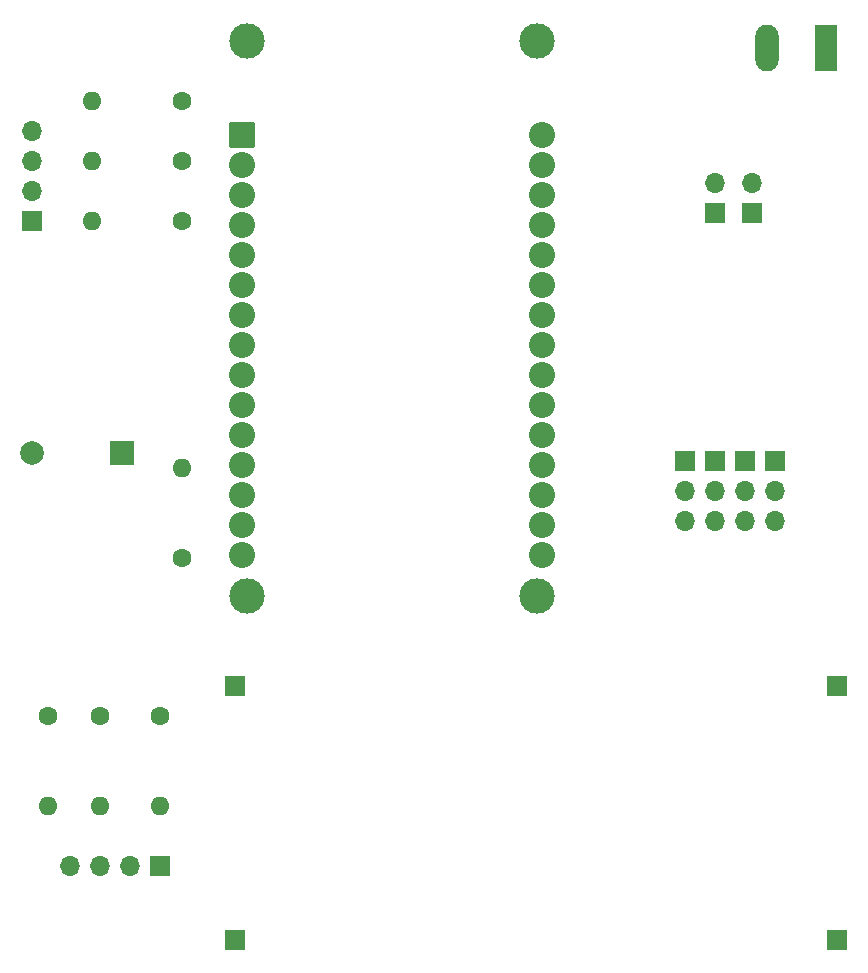
<source format=gbr>
%TF.GenerationSoftware,KiCad,Pcbnew,7.0.1*%
%TF.CreationDate,2023-12-09T17:11:34+05:30*%
%TF.ProjectId,hologlyph bot circuit,686f6c6f-676c-4797-9068-20626f742063,rev?*%
%TF.SameCoordinates,Original*%
%TF.FileFunction,Soldermask,Bot*%
%TF.FilePolarity,Negative*%
%FSLAX46Y46*%
G04 Gerber Fmt 4.6, Leading zero omitted, Abs format (unit mm)*
G04 Created by KiCad (PCBNEW 7.0.1) date 2023-12-09 17:11:34*
%MOMM*%
%LPD*%
G01*
G04 APERTURE LIST*
G04 Aperture macros list*
%AMRoundRect*
0 Rectangle with rounded corners*
0 $1 Rounding radius*
0 $2 $3 $4 $5 $6 $7 $8 $9 X,Y pos of 4 corners*
0 Add a 4 corners polygon primitive as box body*
4,1,4,$2,$3,$4,$5,$6,$7,$8,$9,$2,$3,0*
0 Add four circle primitives for the rounded corners*
1,1,$1+$1,$2,$3*
1,1,$1+$1,$4,$5*
1,1,$1+$1,$6,$7*
1,1,$1+$1,$8,$9*
0 Add four rect primitives between the rounded corners*
20,1,$1+$1,$2,$3,$4,$5,0*
20,1,$1+$1,$4,$5,$6,$7,0*
20,1,$1+$1,$6,$7,$8,$9,0*
20,1,$1+$1,$8,$9,$2,$3,0*%
G04 Aperture macros list end*
%ADD10R,1.700000X1.700000*%
%ADD11O,1.700000X1.700000*%
%ADD12C,1.600000*%
%ADD13O,1.600000X1.600000*%
%ADD14R,2.000000X2.000000*%
%ADD15C,2.000000*%
%ADD16C,3.000000*%
%ADD17RoundRect,0.102000X-1.000000X-1.000000X1.000000X-1.000000X1.000000X1.000000X-1.000000X1.000000X0*%
%ADD18C,2.204000*%
%ADD19R,1.980000X3.960000*%
%ADD20O,1.980000X3.960000*%
G04 APERTURE END LIST*
D10*
%TO.C,J5*%
X157680000Y-121830000D03*
%TD*%
%TO.C,J4*%
X144780000Y-81280000D03*
D11*
X144780000Y-83820000D03*
X144780000Y-86360000D03*
%TD*%
D10*
%TO.C,D1*%
X89535000Y-60960000D03*
D11*
X89535000Y-58420000D03*
X89535000Y-55880000D03*
X89535000Y-53340000D03*
%TD*%
D10*
%TO.C,J7*%
X106680000Y-121830000D03*
%TD*%
D12*
%TO.C,R1*%
X102235000Y-50800000D03*
D13*
X94615000Y-50800000D03*
%TD*%
D10*
%TO.C,J10*%
X147320000Y-60325000D03*
D11*
X147320000Y-57785000D03*
%TD*%
D10*
%TO.C,J2*%
X149860000Y-81280000D03*
D11*
X149860000Y-83820000D03*
X149860000Y-86360000D03*
%TD*%
D12*
%TO.C,R2*%
X102235000Y-55880000D03*
D13*
X94615000Y-55880000D03*
%TD*%
D12*
%TO.C,R6*%
X100330000Y-102870000D03*
D13*
X100330000Y-110490000D03*
%TD*%
D14*
%TO.C,BZ1*%
X97145000Y-80645000D03*
D15*
X89545000Y-80645000D03*
%TD*%
D16*
%TO.C,U1*%
X107735000Y-45740000D03*
X107735000Y-92690000D03*
X132245000Y-45740000D03*
X132245000Y-92690000D03*
D17*
X107315000Y-53700000D03*
D18*
X107315000Y-56240000D03*
X107315000Y-58780000D03*
X107315000Y-61320000D03*
X107315000Y-63860000D03*
X107315000Y-66400000D03*
X107315000Y-68940000D03*
X107315000Y-71480000D03*
X107315000Y-74020000D03*
X107315000Y-76560000D03*
X107315000Y-79100000D03*
X107315000Y-81640000D03*
X107315000Y-84180000D03*
X107315000Y-86720000D03*
X107315000Y-89260000D03*
X132715000Y-89260000D03*
X132715000Y-86720000D03*
X132715000Y-84180000D03*
X132715000Y-81640000D03*
X132715000Y-79100000D03*
X132715000Y-76560000D03*
X132715000Y-74020000D03*
X132715000Y-71480000D03*
X132715000Y-68940000D03*
X132715000Y-66400000D03*
X132715000Y-63860000D03*
X132715000Y-61320000D03*
X132715000Y-58780000D03*
X132715000Y-56240000D03*
X132715000Y-53700000D03*
%TD*%
D19*
%TO.C,J9*%
X156765000Y-46355000D03*
D20*
X151765000Y-46355000D03*
%TD*%
D12*
%TO.C,R5*%
X95250000Y-102870000D03*
D13*
X95250000Y-110490000D03*
%TD*%
D12*
%TO.C,R4*%
X90830000Y-102870000D03*
D13*
X90830000Y-110490000D03*
%TD*%
D10*
%TO.C,J8*%
X106680000Y-100330000D03*
%TD*%
%TO.C,J6*%
X157680000Y-100330000D03*
%TD*%
%TO.C,J1*%
X147320000Y-81280000D03*
D11*
X147320000Y-83820000D03*
X147320000Y-86360000D03*
%TD*%
D10*
%TO.C,J3*%
X152400000Y-81280000D03*
D11*
X152400000Y-83820000D03*
X152400000Y-86360000D03*
%TD*%
D12*
%TO.C,R3*%
X102235000Y-60960000D03*
D13*
X94615000Y-60960000D03*
%TD*%
D12*
%TO.C,R7*%
X102235000Y-89535000D03*
D13*
X102235000Y-81915000D03*
%TD*%
D10*
%TO.C,SW1*%
X150495000Y-60325000D03*
D11*
X150495000Y-57785000D03*
%TD*%
D10*
%TO.C,D2*%
X100330000Y-115595000D03*
D11*
X97790000Y-115595000D03*
X95250000Y-115595000D03*
X92710000Y-115595000D03*
%TD*%
M02*

</source>
